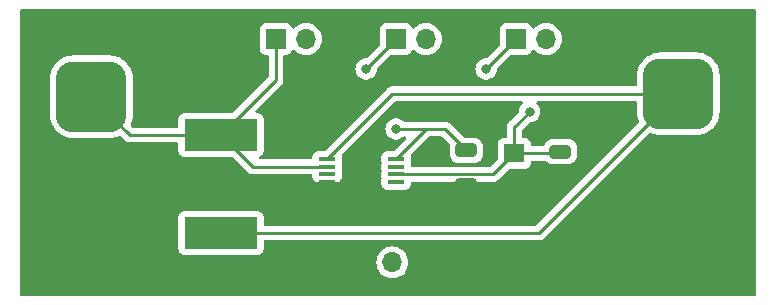
<source format=gtl>
%TF.GenerationSoftware,KiCad,Pcbnew,7.0.2*%
%TF.CreationDate,2023-06-26T21:49:35-07:00*%
%TF.ProjectId,Current Sense Standalone,43757272-656e-4742-9053-656e73652053,rev?*%
%TF.SameCoordinates,Original*%
%TF.FileFunction,Copper,L1,Top*%
%TF.FilePolarity,Positive*%
%FSLAX46Y46*%
G04 Gerber Fmt 4.6, Leading zero omitted, Abs format (unit mm)*
G04 Created by KiCad (PCBNEW 7.0.2) date 2023-06-26 21:49:35*
%MOMM*%
%LPD*%
G01*
G04 APERTURE LIST*
G04 Aperture macros list*
%AMRoundRect*
0 Rectangle with rounded corners*
0 $1 Rounding radius*
0 $2 $3 $4 $5 $6 $7 $8 $9 X,Y pos of 4 corners*
0 Add a 4 corners polygon primitive as box body*
4,1,4,$2,$3,$4,$5,$6,$7,$8,$9,$2,$3,0*
0 Add four circle primitives for the rounded corners*
1,1,$1+$1,$2,$3*
1,1,$1+$1,$4,$5*
1,1,$1+$1,$6,$7*
1,1,$1+$1,$8,$9*
0 Add four rect primitives between the rounded corners*
20,1,$1+$1,$2,$3,$4,$5,0*
20,1,$1+$1,$4,$5,$6,$7,0*
20,1,$1+$1,$6,$7,$8,$9,0*
20,1,$1+$1,$8,$9,$2,$3,0*%
G04 Aperture macros list end*
%TA.AperFunction,SMDPad,CuDef*%
%ADD10R,1.473200X0.355600*%
%TD*%
%TA.AperFunction,SMDPad,CuDef*%
%ADD11R,6.200000X2.700000*%
%TD*%
%TA.AperFunction,SMDPad,CuDef*%
%ADD12R,1.800000X1.600000*%
%TD*%
%TA.AperFunction,ComponentPad*%
%ADD13C,6.000000*%
%TD*%
%TA.AperFunction,ComponentPad*%
%ADD14RoundRect,1.500000X-1.500000X1.500000X-1.500000X-1.500000X1.500000X-1.500000X1.500000X1.500000X0*%
%TD*%
%TA.AperFunction,ComponentPad*%
%ADD15R,1.700000X1.700000*%
%TD*%
%TA.AperFunction,ComponentPad*%
%ADD16O,1.700000X1.700000*%
%TD*%
%TA.AperFunction,SMDPad,CuDef*%
%ADD17RoundRect,0.250000X-0.650000X0.325000X-0.650000X-0.325000X0.650000X-0.325000X0.650000X0.325000X0*%
%TD*%
%TA.AperFunction,ViaPad*%
%ADD18C,0.800000*%
%TD*%
%TA.AperFunction,Conductor*%
%ADD19C,0.250000*%
%TD*%
G04 APERTURE END LIST*
D10*
X138938000Y-93980000D03*
X138938000Y-94629998D03*
X138938000Y-95280000D03*
X138938000Y-95929998D03*
X144780000Y-95929998D03*
X144780000Y-95280000D03*
X144780000Y-94629998D03*
X144780000Y-93980000D03*
D11*
X129959273Y-100248011D03*
X129959273Y-91948011D03*
D12*
X154783375Y-93509624D03*
X154783375Y-96309624D03*
D13*
X168674045Y-95661822D03*
D14*
X168674045Y-88461822D03*
D15*
X154940000Y-83820000D03*
D16*
X157480000Y-83820000D03*
D15*
X141928963Y-102738800D03*
D16*
X144468963Y-102738800D03*
D15*
X134620000Y-83820000D03*
D16*
X137160000Y-83820000D03*
D15*
X144765000Y-83820000D03*
D16*
X147305000Y-83820000D03*
D14*
X118980936Y-88710973D03*
D13*
X118980936Y-95910973D03*
D17*
X150741329Y-93263866D03*
X150741329Y-96213866D03*
X158693078Y-93354784D03*
X158693078Y-96304784D03*
D18*
X147320000Y-93980000D03*
X156092299Y-89971509D03*
X152400000Y-86360000D03*
X144780000Y-91440000D03*
X142240000Y-86360000D03*
D19*
X147320000Y-91440000D02*
X148917463Y-91440000D01*
X144780000Y-93980000D02*
X147320000Y-91440000D01*
X144780000Y-95280000D02*
X153012999Y-95280000D01*
X153012999Y-95280000D02*
X154783375Y-93509624D01*
X154783375Y-91280433D02*
X154783375Y-93509624D01*
X156092299Y-89971509D02*
X154783375Y-91280433D01*
X154940000Y-83820000D02*
X152400000Y-86360000D01*
X148917463Y-91440000D02*
X150741329Y-93263866D01*
X144780000Y-91440000D02*
X148917463Y-91440000D01*
X144765000Y-83835000D02*
X142240000Y-86360000D01*
X144765000Y-83820000D02*
X144765000Y-83835000D01*
X134620000Y-87287284D02*
X129959273Y-91948011D01*
X134620000Y-83820000D02*
X134620000Y-87287284D01*
X158538238Y-93509624D02*
X158693078Y-93354784D01*
X154783375Y-93509624D02*
X158538238Y-93509624D01*
X168674045Y-88461822D02*
X144456178Y-88461822D01*
X144456178Y-88461822D02*
X138938000Y-93980000D01*
X156887856Y-100248011D02*
X168674045Y-88461822D01*
X129959273Y-100248011D02*
X156887856Y-100248011D01*
X132641260Y-94629998D02*
X138938000Y-94629998D01*
X129959273Y-91948011D02*
X132641260Y-94629998D01*
X122217974Y-91948011D02*
X129959273Y-91948011D01*
X118980936Y-88710973D02*
X122217974Y-91948011D01*
%TA.AperFunction,Conductor*%
G36*
X175202539Y-81300185D02*
G01*
X175248294Y-81352989D01*
X175259500Y-81404500D01*
X175259500Y-105481978D01*
X175239815Y-105549017D01*
X175187011Y-105594772D01*
X175135500Y-105605978D01*
X113060653Y-105605978D01*
X112993614Y-105586293D01*
X112947859Y-105533489D01*
X112936653Y-105481978D01*
X112936653Y-102738799D01*
X143113303Y-102738799D01*
X143133899Y-102974207D01*
X143178672Y-103141301D01*
X143195060Y-103202463D01*
X143294928Y-103416630D01*
X143430468Y-103610201D01*
X143597562Y-103777295D01*
X143791133Y-103912835D01*
X144005300Y-104012703D01*
X144233555Y-104073863D01*
X144468963Y-104094459D01*
X144704371Y-104073863D01*
X144932626Y-104012703D01*
X145146793Y-103912835D01*
X145340364Y-103777295D01*
X145507458Y-103610201D01*
X145642998Y-103416630D01*
X145742866Y-103202463D01*
X145804026Y-102974208D01*
X145824622Y-102738800D01*
X145804026Y-102503392D01*
X145742866Y-102275137D01*
X145642998Y-102060971D01*
X145507458Y-101867399D01*
X145340364Y-101700305D01*
X145146793Y-101564765D01*
X144932626Y-101464897D01*
X144871464Y-101448509D01*
X144704370Y-101403736D01*
X144468963Y-101383140D01*
X144233555Y-101403736D01*
X144005299Y-101464897D01*
X143791133Y-101564765D01*
X143597561Y-101700305D01*
X143430468Y-101867398D01*
X143294928Y-102060970D01*
X143195060Y-102275136D01*
X143133899Y-102503392D01*
X143113303Y-102738799D01*
X112936653Y-102738799D01*
X112936653Y-90282421D01*
X115480436Y-90282421D01*
X115480593Y-90284629D01*
X115480594Y-90284631D01*
X115495740Y-90496402D01*
X115556565Y-90776014D01*
X115570897Y-90814439D01*
X115643866Y-91010077D01*
X115656570Y-91044136D01*
X115793708Y-91295286D01*
X115879453Y-91409827D01*
X115965197Y-91524368D01*
X116167541Y-91726712D01*
X116276509Y-91808284D01*
X116396622Y-91898200D01*
X116486024Y-91947017D01*
X116647775Y-92035340D01*
X116915890Y-92135342D01*
X116915893Y-92135342D01*
X116915894Y-92135343D01*
X116928058Y-92137989D01*
X117195508Y-92196169D01*
X117409488Y-92211473D01*
X117411703Y-92211473D01*
X120550169Y-92211473D01*
X120552384Y-92211473D01*
X120766364Y-92196169D01*
X121045982Y-92135342D01*
X121314097Y-92035340D01*
X121314104Y-92035335D01*
X121317083Y-92034225D01*
X121386775Y-92029241D01*
X121448095Y-92062723D01*
X121448098Y-92062726D01*
X121717170Y-92331798D01*
X121730070Y-92347899D01*
X121781197Y-92395911D01*
X121783994Y-92398622D01*
X121803503Y-92418131D01*
X121806683Y-92420598D01*
X121815545Y-92428166D01*
X121847392Y-92458073D01*
X121864162Y-92467292D01*
X121864946Y-92467723D01*
X121881210Y-92478407D01*
X121892946Y-92487510D01*
X121897038Y-92490684D01*
X121921883Y-92501435D01*
X121937126Y-92508032D01*
X121947605Y-92513165D01*
X121985882Y-92534208D01*
X122005280Y-92539188D01*
X122023682Y-92545488D01*
X122042078Y-92553449D01*
X122085235Y-92560284D01*
X122096638Y-92562645D01*
X122138955Y-92573511D01*
X122158990Y-92573511D01*
X122178387Y-92575037D01*
X122198170Y-92578171D01*
X122241648Y-92574061D01*
X122253318Y-92573511D01*
X126234774Y-92573511D01*
X126301813Y-92593196D01*
X126347568Y-92646000D01*
X126358774Y-92697511D01*
X126358774Y-93345883D01*
X126365182Y-93405494D01*
X126415477Y-93540342D01*
X126501727Y-93655557D01*
X126616942Y-93741807D01*
X126751790Y-93792102D01*
X126811400Y-93798511D01*
X130873819Y-93798510D01*
X130940858Y-93818195D01*
X130961500Y-93834829D01*
X132140456Y-95013785D01*
X132153356Y-95029886D01*
X132204483Y-95077898D01*
X132207280Y-95080609D01*
X132226789Y-95100118D01*
X132229969Y-95102585D01*
X132238831Y-95110153D01*
X132270678Y-95140060D01*
X132288230Y-95149709D01*
X132304498Y-95160395D01*
X132320324Y-95172671D01*
X132360406Y-95190015D01*
X132370893Y-95195153D01*
X132409167Y-95216195D01*
X132417670Y-95218377D01*
X132428568Y-95221176D01*
X132446973Y-95227476D01*
X132465364Y-95235435D01*
X132508510Y-95242268D01*
X132519928Y-95244633D01*
X132562241Y-95255498D01*
X132582276Y-95255498D01*
X132601675Y-95257025D01*
X132621456Y-95260158D01*
X132664934Y-95256048D01*
X132676604Y-95255498D01*
X137576900Y-95255498D01*
X137643939Y-95275183D01*
X137689694Y-95327987D01*
X137700900Y-95379497D01*
X137700900Y-95502360D01*
X137700900Y-95502378D01*
X137700901Y-95505672D01*
X137701253Y-95508952D01*
X137701254Y-95508959D01*
X137707309Y-95565284D01*
X137713150Y-95580943D01*
X137757604Y-95700131D01*
X137843854Y-95815346D01*
X137959069Y-95901596D01*
X138093917Y-95951891D01*
X138153527Y-95958300D01*
X139722472Y-95958299D01*
X139782083Y-95951891D01*
X139916931Y-95901596D01*
X140032146Y-95815346D01*
X140118396Y-95700131D01*
X140168691Y-95565283D01*
X140175100Y-95505673D01*
X140175099Y-95054328D01*
X140168691Y-94994717D01*
X140168690Y-94994715D01*
X140167026Y-94979231D01*
X140168661Y-94979055D01*
X140165054Y-94928645D01*
X140168525Y-94916824D01*
X140168691Y-94915281D01*
X140175100Y-94855671D01*
X140175099Y-94404326D01*
X140168691Y-94344715D01*
X140168690Y-94344714D01*
X140167026Y-94329227D01*
X140168661Y-94329051D01*
X140165055Y-94278641D01*
X140168525Y-94266823D01*
X140174744Y-94208980D01*
X140175100Y-94205673D01*
X140175099Y-93754328D01*
X140169128Y-93698784D01*
X140181535Y-93630026D01*
X140204734Y-93597854D01*
X144678949Y-89123641D01*
X144740273Y-89090156D01*
X144766631Y-89087322D01*
X155398174Y-89087322D01*
X155465213Y-89107007D01*
X155510968Y-89159811D01*
X155520912Y-89228969D01*
X155491887Y-89292525D01*
X155490324Y-89294294D01*
X155359765Y-89439293D01*
X155265119Y-89603224D01*
X155206625Y-89783251D01*
X155188978Y-89951158D01*
X155162393Y-90015772D01*
X155153338Y-90025877D01*
X154399583Y-90779632D01*
X154383485Y-90792529D01*
X154335471Y-90843658D01*
X154332767Y-90846449D01*
X154316003Y-90863213D01*
X154315996Y-90863220D01*
X154313255Y-90865962D01*
X154310874Y-90869030D01*
X154310865Y-90869041D01*
X154310786Y-90869144D01*
X154303217Y-90878005D01*
X154273310Y-90909853D01*
X154263660Y-90927407D01*
X154252984Y-90943661D01*
X154240701Y-90959496D01*
X154223350Y-90999591D01*
X154218213Y-91010077D01*
X154197177Y-91048340D01*
X154192196Y-91067742D01*
X154185895Y-91086144D01*
X154177936Y-91104535D01*
X154171103Y-91147675D01*
X154168735Y-91159107D01*
X154157875Y-91201410D01*
X154157875Y-91221449D01*
X154156348Y-91240847D01*
X154154623Y-91251742D01*
X154153215Y-91260629D01*
X154156491Y-91295286D01*
X154157325Y-91304106D01*
X154157875Y-91315776D01*
X154157875Y-92085124D01*
X154138190Y-92152163D01*
X154085386Y-92197918D01*
X154033876Y-92209124D01*
X153838814Y-92209124D01*
X153838795Y-92209124D01*
X153835503Y-92209125D01*
X153832223Y-92209477D01*
X153832215Y-92209478D01*
X153775890Y-92215533D01*
X153641044Y-92265828D01*
X153525829Y-92352078D01*
X153439579Y-92467292D01*
X153389285Y-92602139D01*
X153389284Y-92602141D01*
X153382875Y-92661751D01*
X153382875Y-92665073D01*
X153382875Y-93974170D01*
X153363190Y-94041209D01*
X153346556Y-94061851D01*
X152790227Y-94618181D01*
X152728904Y-94651666D01*
X152702546Y-94654500D01*
X146141100Y-94654500D01*
X146074061Y-94634815D01*
X146028306Y-94582011D01*
X146017100Y-94530501D01*
X146017099Y-94407637D01*
X146017099Y-94404326D01*
X146010691Y-94344715D01*
X146010690Y-94344714D01*
X146009026Y-94329227D01*
X146010661Y-94329051D01*
X146007055Y-94278641D01*
X146010525Y-94266823D01*
X146016744Y-94208980D01*
X146017100Y-94205673D01*
X146017099Y-93754328D01*
X146011128Y-93698784D01*
X146023535Y-93630026D01*
X146046734Y-93597854D01*
X147542771Y-92101819D01*
X147604095Y-92068334D01*
X147630453Y-92065500D01*
X148607011Y-92065500D01*
X148674050Y-92085185D01*
X148694692Y-92101819D01*
X149312223Y-92719350D01*
X149345708Y-92780673D01*
X149347900Y-92819632D01*
X149341149Y-92885722D01*
X149340829Y-92888857D01*
X149340829Y-92892004D01*
X149340829Y-92892005D01*
X149340829Y-93635724D01*
X149340829Y-93635743D01*
X149340830Y-93638874D01*
X149341149Y-93642006D01*
X149341150Y-93642007D01*
X149351329Y-93741662D01*
X149406515Y-93908200D01*
X149498617Y-94057523D01*
X149622671Y-94181577D01*
X149656350Y-94202350D01*
X149771995Y-94273680D01*
X149883346Y-94310578D01*
X149938531Y-94328865D01*
X150038187Y-94339046D01*
X150038188Y-94339046D01*
X150041320Y-94339366D01*
X151441337Y-94339365D01*
X151544126Y-94328865D01*
X151710663Y-94273680D01*
X151859985Y-94181578D01*
X151984041Y-94057522D01*
X152076143Y-93908200D01*
X152131328Y-93741663D01*
X152141829Y-93638875D01*
X152141828Y-92888858D01*
X152131328Y-92786069D01*
X152076143Y-92619532D01*
X152007370Y-92508032D01*
X151984040Y-92470208D01*
X151859986Y-92346154D01*
X151710663Y-92254052D01*
X151544126Y-92198866D01*
X151444470Y-92188685D01*
X151444451Y-92188684D01*
X151441338Y-92188366D01*
X151438189Y-92188366D01*
X150601781Y-92188366D01*
X150534742Y-92168681D01*
X150514100Y-92152047D01*
X149418265Y-91056211D01*
X149405369Y-91040113D01*
X149354238Y-90992098D01*
X149351441Y-90989387D01*
X149334690Y-90972636D01*
X149331934Y-90969880D01*
X149328753Y-90967412D01*
X149319885Y-90959837D01*
X149288045Y-90929938D01*
X149270487Y-90920285D01*
X149254227Y-90909604D01*
X149238399Y-90897327D01*
X149198314Y-90879980D01*
X149187824Y-90874841D01*
X149149554Y-90853802D01*
X149130154Y-90848821D01*
X149111747Y-90842519D01*
X149093360Y-90834562D01*
X149050221Y-90827729D01*
X149038787Y-90825361D01*
X148996482Y-90814500D01*
X148976447Y-90814500D01*
X148957049Y-90812973D01*
X148949625Y-90811797D01*
X148937268Y-90809840D01*
X148937267Y-90809840D01*
X148910947Y-90812328D01*
X148893788Y-90813950D01*
X148882119Y-90814500D01*
X147402740Y-90814500D01*
X147382236Y-90812236D01*
X147312144Y-90814439D01*
X147308250Y-90814500D01*
X145483747Y-90814500D01*
X145416708Y-90794815D01*
X145391599Y-90773473D01*
X145385871Y-90767112D01*
X145232730Y-90655849D01*
X145232729Y-90655848D01*
X145232727Y-90655847D01*
X145059802Y-90578855D01*
X144874648Y-90539500D01*
X144874646Y-90539500D01*
X144685354Y-90539500D01*
X144685352Y-90539500D01*
X144500197Y-90578855D01*
X144327269Y-90655848D01*
X144174129Y-90767110D01*
X144047466Y-90907783D01*
X143952820Y-91071715D01*
X143894326Y-91251742D01*
X143874540Y-91440000D01*
X143894326Y-91628257D01*
X143952820Y-91808284D01*
X144047466Y-91972216D01*
X144174129Y-92112889D01*
X144327269Y-92224151D01*
X144500197Y-92301144D01*
X144685352Y-92340500D01*
X144685354Y-92340500D01*
X144874648Y-92340500D01*
X144998084Y-92314262D01*
X145059803Y-92301144D01*
X145232730Y-92224151D01*
X145385871Y-92112888D01*
X145391598Y-92106527D01*
X145451084Y-92069879D01*
X145483747Y-92065500D01*
X145510547Y-92065500D01*
X145577586Y-92085185D01*
X145623341Y-92137989D01*
X145633285Y-92207147D01*
X145604260Y-92270703D01*
X145598228Y-92277181D01*
X144610026Y-93265381D01*
X144548703Y-93298866D01*
X144522345Y-93301700D01*
X143998839Y-93301700D01*
X143998820Y-93301700D01*
X143995528Y-93301701D01*
X143992248Y-93302053D01*
X143992240Y-93302054D01*
X143935915Y-93308109D01*
X143801069Y-93358404D01*
X143685854Y-93444654D01*
X143599604Y-93559868D01*
X143549309Y-93694716D01*
X143544262Y-93741663D01*
X143542900Y-93754327D01*
X143542900Y-93757648D01*
X143542900Y-93757649D01*
X143542900Y-94202360D01*
X143542900Y-94202378D01*
X143542901Y-94205672D01*
X143543253Y-94208952D01*
X143543254Y-94208959D01*
X143550974Y-94280768D01*
X143549338Y-94280943D01*
X143552941Y-94331364D01*
X143549475Y-94343168D01*
X143547171Y-94364597D01*
X143542900Y-94404325D01*
X143542900Y-94407646D01*
X143542900Y-94407647D01*
X143542900Y-94852358D01*
X143542900Y-94852376D01*
X143542901Y-94855670D01*
X143543253Y-94858950D01*
X143543254Y-94858957D01*
X143550974Y-94930766D01*
X143549339Y-94930941D01*
X143552943Y-94981362D01*
X143549475Y-94993171D01*
X143549308Y-94994717D01*
X143549309Y-94994717D01*
X143542900Y-95054327D01*
X143542900Y-95057648D01*
X143542900Y-95057649D01*
X143542900Y-95502360D01*
X143542900Y-95502378D01*
X143542901Y-95505672D01*
X143543253Y-95508952D01*
X143543254Y-95508959D01*
X143550974Y-95580768D01*
X143549338Y-95580943D01*
X143552941Y-95631364D01*
X143549475Y-95643168D01*
X143543351Y-95700130D01*
X143542900Y-95704325D01*
X143542900Y-95707646D01*
X143542900Y-95707647D01*
X143542900Y-96152358D01*
X143542900Y-96152376D01*
X143542901Y-96155670D01*
X143549309Y-96215281D01*
X143599604Y-96350129D01*
X143685854Y-96465344D01*
X143801069Y-96551594D01*
X143935917Y-96601889D01*
X143995527Y-96608298D01*
X145564472Y-96608297D01*
X145624083Y-96601889D01*
X145758931Y-96551594D01*
X145874146Y-96465344D01*
X145960396Y-96350129D01*
X146010691Y-96215281D01*
X146017100Y-96155671D01*
X146017099Y-96029499D01*
X146036783Y-95962461D01*
X146089587Y-95916706D01*
X146141099Y-95905500D01*
X152930255Y-95905500D01*
X152950761Y-95907764D01*
X152953664Y-95907672D01*
X152953666Y-95907673D01*
X153020871Y-95905561D01*
X153024767Y-95905500D01*
X153048447Y-95905500D01*
X153052349Y-95905500D01*
X153056312Y-95904999D01*
X153067961Y-95904080D01*
X153111626Y-95902709D01*
X153130858Y-95897120D01*
X153149917Y-95893174D01*
X153156195Y-95892381D01*
X153169791Y-95890664D01*
X153210406Y-95874582D01*
X153221443Y-95870803D01*
X153263389Y-95858618D01*
X153280628Y-95848422D01*
X153298101Y-95839862D01*
X153316731Y-95832486D01*
X153352063Y-95806814D01*
X153361829Y-95800400D01*
X153399417Y-95778171D01*
X153399416Y-95778171D01*
X153399419Y-95778170D01*
X153413584Y-95764004D01*
X153428372Y-95751373D01*
X153444586Y-95739594D01*
X153472437Y-95705926D01*
X153480278Y-95697309D01*
X154331146Y-94846441D01*
X154392469Y-94812957D01*
X154418827Y-94810123D01*
X155727936Y-94810123D01*
X155731247Y-94810123D01*
X155790858Y-94803715D01*
X155925706Y-94753420D01*
X156040921Y-94667170D01*
X156127171Y-94551955D01*
X156177466Y-94417107D01*
X156183875Y-94357497D01*
X156183875Y-94259123D01*
X156203560Y-94192085D01*
X156256364Y-94146330D01*
X156307875Y-94135124D01*
X157385687Y-94135124D01*
X157452726Y-94154809D01*
X157473368Y-94171443D01*
X157574420Y-94272495D01*
X157587833Y-94280768D01*
X157723744Y-94364598D01*
X157833691Y-94401031D01*
X157890280Y-94419783D01*
X157989936Y-94429964D01*
X157989937Y-94429964D01*
X157993069Y-94430284D01*
X159393086Y-94430283D01*
X159495875Y-94419783D01*
X159662412Y-94364598D01*
X159811734Y-94272496D01*
X159935790Y-94148440D01*
X160027892Y-93999118D01*
X160083077Y-93832581D01*
X160093578Y-93729793D01*
X160093577Y-92979776D01*
X160083077Y-92876987D01*
X160027892Y-92710450D01*
X159935790Y-92561128D01*
X159935789Y-92561126D01*
X159811735Y-92437072D01*
X159662412Y-92344970D01*
X159495875Y-92289784D01*
X159396219Y-92279603D01*
X159396200Y-92279602D01*
X159393087Y-92279284D01*
X159389938Y-92279284D01*
X157996218Y-92279284D01*
X157996198Y-92279284D01*
X157993070Y-92279285D01*
X157989938Y-92279604D01*
X157989936Y-92279605D01*
X157890281Y-92289784D01*
X157723743Y-92344970D01*
X157574420Y-92437072D01*
X157450366Y-92561126D01*
X157358264Y-92710449D01*
X157328879Y-92799128D01*
X157289106Y-92856573D01*
X157224590Y-92883396D01*
X157211173Y-92884124D01*
X156307874Y-92884124D01*
X156240835Y-92864439D01*
X156195080Y-92811635D01*
X156183874Y-92760124D01*
X156183874Y-92665063D01*
X156183874Y-92661752D01*
X156177466Y-92602141D01*
X156127171Y-92467293D01*
X156040921Y-92352078D01*
X155925706Y-92265828D01*
X155790858Y-92215533D01*
X155731248Y-92209124D01*
X155727926Y-92209124D01*
X155532875Y-92209124D01*
X155465836Y-92189439D01*
X155420081Y-92136635D01*
X155408875Y-92085124D01*
X155408875Y-91590885D01*
X155428560Y-91523846D01*
X155445194Y-91503204D01*
X156040071Y-90908328D01*
X156101394Y-90874843D01*
X156127752Y-90872009D01*
X156186947Y-90872009D01*
X156310382Y-90845771D01*
X156372102Y-90832653D01*
X156545029Y-90755660D01*
X156682409Y-90655848D01*
X156698169Y-90644398D01*
X156757184Y-90578856D01*
X156824832Y-90503725D01*
X156919478Y-90339793D01*
X156977973Y-90159765D01*
X156997759Y-89971509D01*
X156977973Y-89783253D01*
X156919478Y-89603225D01*
X156919478Y-89603224D01*
X156824832Y-89439293D01*
X156694274Y-89294294D01*
X156664044Y-89231303D01*
X156672669Y-89161968D01*
X156717410Y-89108302D01*
X156784063Y-89087344D01*
X156786424Y-89087322D01*
X165049545Y-89087322D01*
X165116584Y-89107007D01*
X165162339Y-89159811D01*
X165173545Y-89211322D01*
X165173545Y-90033270D01*
X165173702Y-90035478D01*
X165173703Y-90035480D01*
X165188849Y-90247251D01*
X165249674Y-90526863D01*
X165257127Y-90546844D01*
X165349678Y-90794983D01*
X165349679Y-90794985D01*
X165350792Y-90797968D01*
X165355776Y-90867660D01*
X165322291Y-90928983D01*
X156665084Y-99586192D01*
X156603761Y-99619677D01*
X156577403Y-99622511D01*
X133683772Y-99622511D01*
X133616733Y-99602826D01*
X133570978Y-99550022D01*
X133559772Y-99498511D01*
X133559772Y-98853450D01*
X133559772Y-98853449D01*
X133559772Y-98850139D01*
X133553364Y-98790528D01*
X133503069Y-98655680D01*
X133416819Y-98540465D01*
X133301604Y-98454215D01*
X133166756Y-98403920D01*
X133107146Y-98397511D01*
X133103823Y-98397511D01*
X126814712Y-98397511D01*
X126814693Y-98397511D01*
X126811401Y-98397512D01*
X126808121Y-98397864D01*
X126808113Y-98397865D01*
X126751788Y-98403920D01*
X126616942Y-98454215D01*
X126501727Y-98540465D01*
X126415477Y-98655679D01*
X126365183Y-98790526D01*
X126365182Y-98790528D01*
X126358773Y-98850138D01*
X126358773Y-98853459D01*
X126358773Y-98853460D01*
X126358773Y-101642571D01*
X126358773Y-101642589D01*
X126358774Y-101645883D01*
X126359126Y-101649163D01*
X126359127Y-101649170D01*
X126365182Y-101705494D01*
X126415477Y-101840342D01*
X126501727Y-101955557D01*
X126616942Y-102041807D01*
X126751790Y-102092102D01*
X126811400Y-102098511D01*
X133107145Y-102098510D01*
X133166756Y-102092102D01*
X133301604Y-102041807D01*
X133416819Y-101955557D01*
X133503069Y-101840342D01*
X133553364Y-101705494D01*
X133559773Y-101645884D01*
X133559773Y-100997511D01*
X133579458Y-100930472D01*
X133632262Y-100884717D01*
X133683773Y-100873511D01*
X156805112Y-100873511D01*
X156825618Y-100875775D01*
X156828521Y-100875683D01*
X156828523Y-100875684D01*
X156895728Y-100873572D01*
X156899624Y-100873511D01*
X156923304Y-100873511D01*
X156927206Y-100873511D01*
X156931169Y-100873010D01*
X156942818Y-100872091D01*
X156986483Y-100870720D01*
X157005715Y-100865131D01*
X157024774Y-100861185D01*
X157031052Y-100860392D01*
X157044648Y-100858675D01*
X157085263Y-100842593D01*
X157096300Y-100838814D01*
X157138246Y-100826629D01*
X157155485Y-100816433D01*
X157172958Y-100807873D01*
X157191588Y-100800497D01*
X157226920Y-100774825D01*
X157236686Y-100768411D01*
X157274274Y-100746182D01*
X157274273Y-100746182D01*
X157274276Y-100746181D01*
X157288441Y-100732015D01*
X157303229Y-100719384D01*
X157319443Y-100707605D01*
X157347294Y-100673937D01*
X157355135Y-100665320D01*
X166206883Y-91813572D01*
X166268204Y-91780089D01*
X166337896Y-91785073D01*
X166340875Y-91786184D01*
X166340884Y-91786189D01*
X166608999Y-91886191D01*
X166609002Y-91886191D01*
X166609003Y-91886192D01*
X166661262Y-91897560D01*
X166888617Y-91947018D01*
X167102597Y-91962322D01*
X167104812Y-91962322D01*
X170243278Y-91962322D01*
X170245493Y-91962322D01*
X170459473Y-91947018D01*
X170739091Y-91886191D01*
X171007206Y-91786189D01*
X171258360Y-91649048D01*
X171487440Y-91477561D01*
X171689784Y-91275217D01*
X171861271Y-91046137D01*
X171998412Y-90794983D01*
X172098414Y-90526868D01*
X172159241Y-90247250D01*
X172174545Y-90033270D01*
X172174545Y-86890374D01*
X172159241Y-86676394D01*
X172098414Y-86396776D01*
X171998412Y-86128661D01*
X171861271Y-85877507D01*
X171689784Y-85648427D01*
X171487440Y-85446083D01*
X171372899Y-85360339D01*
X171258358Y-85274594D01*
X171007208Y-85137456D01*
X171007207Y-85137455D01*
X171007206Y-85137455D01*
X170739091Y-85037453D01*
X170739086Y-85037451D01*
X170459474Y-84976626D01*
X170247703Y-84961480D01*
X170247701Y-84961479D01*
X170245493Y-84961322D01*
X167102597Y-84961322D01*
X167100389Y-84961479D01*
X167100386Y-84961480D01*
X166888615Y-84976626D01*
X166609003Y-85037451D01*
X166340881Y-85137456D01*
X166089731Y-85274594D01*
X165860647Y-85446085D01*
X165658308Y-85648424D01*
X165486817Y-85877508D01*
X165349679Y-86128658D01*
X165249674Y-86396780D01*
X165188849Y-86676392D01*
X165188849Y-86676394D01*
X165173545Y-86890374D01*
X165173545Y-86892588D01*
X165173545Y-86892589D01*
X165173545Y-87712322D01*
X165153860Y-87779361D01*
X165101056Y-87825116D01*
X165049545Y-87836322D01*
X144538919Y-87836322D01*
X144518415Y-87834058D01*
X144448323Y-87836261D01*
X144444429Y-87836322D01*
X144416828Y-87836322D01*
X144412977Y-87836808D01*
X144412946Y-87836810D01*
X144412818Y-87836827D01*
X144401206Y-87837740D01*
X144357546Y-87839112D01*
X144338306Y-87844702D01*
X144319259Y-87848647D01*
X144299387Y-87851157D01*
X144258777Y-87867235D01*
X144247732Y-87871016D01*
X144205789Y-87883202D01*
X144188547Y-87893400D01*
X144171075Y-87901960D01*
X144152444Y-87909336D01*
X144117116Y-87935003D01*
X144107358Y-87941413D01*
X144069757Y-87963651D01*
X144055588Y-87977820D01*
X144040800Y-87990450D01*
X144024591Y-88002227D01*
X143996750Y-88035880D01*
X143988889Y-88044518D01*
X138768026Y-93265381D01*
X138706703Y-93298866D01*
X138680345Y-93301700D01*
X138156839Y-93301700D01*
X138156820Y-93301700D01*
X138153528Y-93301701D01*
X138150248Y-93302053D01*
X138150240Y-93302054D01*
X138093915Y-93308109D01*
X137959069Y-93358404D01*
X137843854Y-93444654D01*
X137757604Y-93559868D01*
X137707309Y-93694716D01*
X137702262Y-93741663D01*
X137700900Y-93754327D01*
X137700900Y-93862851D01*
X137700901Y-93880497D01*
X137681217Y-93947537D01*
X137628413Y-93993292D01*
X137576901Y-94004498D01*
X133284587Y-94004498D01*
X133217548Y-93984813D01*
X133171793Y-93932009D01*
X133161849Y-93862851D01*
X133190874Y-93799295D01*
X133241251Y-93764316D01*
X133301604Y-93741807D01*
X133416819Y-93655557D01*
X133503069Y-93540342D01*
X133553364Y-93405494D01*
X133559773Y-93345884D01*
X133559772Y-90550139D01*
X133553364Y-90490528D01*
X133503069Y-90355680D01*
X133416819Y-90240465D01*
X133301604Y-90154215D01*
X133166756Y-90103920D01*
X133107146Y-90097511D01*
X133103824Y-90097511D01*
X132993725Y-90097511D01*
X132926686Y-90077826D01*
X132880931Y-90025022D01*
X132870987Y-89955864D01*
X132900012Y-89892308D01*
X132906044Y-89885830D01*
X133704552Y-89087322D01*
X135003789Y-87788084D01*
X135019885Y-87775190D01*
X135021873Y-87773071D01*
X135021877Y-87773070D01*
X135067949Y-87724007D01*
X135070534Y-87721339D01*
X135090120Y-87701755D01*
X135092585Y-87698576D01*
X135100167Y-87689700D01*
X135130062Y-87657866D01*
X135139717Y-87640302D01*
X135150394Y-87624048D01*
X135162673Y-87608220D01*
X135180018Y-87568136D01*
X135185160Y-87557640D01*
X135206197Y-87519376D01*
X135211179Y-87499968D01*
X135217481Y-87481564D01*
X135225437Y-87463180D01*
X135232269Y-87420036D01*
X135234633Y-87408622D01*
X135245500Y-87366303D01*
X135245500Y-87346267D01*
X135247027Y-87326868D01*
X135250160Y-87307088D01*
X135246050Y-87263608D01*
X135245500Y-87251939D01*
X135245500Y-86360000D01*
X141334540Y-86360000D01*
X141354326Y-86548257D01*
X141412820Y-86728284D01*
X141507466Y-86892216D01*
X141634129Y-87032889D01*
X141787269Y-87144151D01*
X141960197Y-87221144D01*
X142145352Y-87260500D01*
X142145354Y-87260500D01*
X142334648Y-87260500D01*
X142458083Y-87234262D01*
X142519803Y-87221144D01*
X142692730Y-87144151D01*
X142702140Y-87137314D01*
X142845870Y-87032889D01*
X142972533Y-86892216D01*
X143067179Y-86728284D01*
X143093937Y-86645931D01*
X143125674Y-86548256D01*
X143143321Y-86380344D01*
X143151692Y-86359999D01*
X151494540Y-86359999D01*
X151514326Y-86548257D01*
X151572820Y-86728284D01*
X151667466Y-86892216D01*
X151794129Y-87032889D01*
X151947269Y-87144151D01*
X152120197Y-87221144D01*
X152305352Y-87260500D01*
X152305354Y-87260500D01*
X152494648Y-87260500D01*
X152618083Y-87234262D01*
X152679803Y-87221144D01*
X152852730Y-87144151D01*
X152862140Y-87137314D01*
X153005870Y-87032889D01*
X153132533Y-86892216D01*
X153227179Y-86728284D01*
X153253937Y-86645931D01*
X153285674Y-86548256D01*
X153303321Y-86380344D01*
X153329904Y-86315734D01*
X153338951Y-86305638D01*
X154437771Y-85206817D01*
X154499094Y-85173333D01*
X154525452Y-85170499D01*
X155834561Y-85170499D01*
X155837872Y-85170499D01*
X155897483Y-85164091D01*
X156032331Y-85113796D01*
X156147546Y-85027546D01*
X156233796Y-84912331D01*
X156282810Y-84780916D01*
X156324681Y-84724983D01*
X156390146Y-84700566D01*
X156458419Y-84715418D01*
X156486673Y-84736569D01*
X156608599Y-84858495D01*
X156802170Y-84994035D01*
X157016337Y-85093903D01*
X157244592Y-85155063D01*
X157480000Y-85175659D01*
X157715408Y-85155063D01*
X157943663Y-85093903D01*
X158157830Y-84994035D01*
X158351401Y-84858495D01*
X158518495Y-84691401D01*
X158654035Y-84497830D01*
X158753903Y-84283663D01*
X158815063Y-84055408D01*
X158835659Y-83820000D01*
X158815063Y-83584592D01*
X158753903Y-83356337D01*
X158654035Y-83142171D01*
X158518495Y-82948599D01*
X158351401Y-82781505D01*
X158157830Y-82645965D01*
X157943663Y-82546097D01*
X157882501Y-82529709D01*
X157715407Y-82484936D01*
X157480000Y-82464340D01*
X157244592Y-82484936D01*
X157016336Y-82546097D01*
X156802170Y-82645965D01*
X156608601Y-82781503D01*
X156486673Y-82903431D01*
X156425350Y-82936915D01*
X156355658Y-82931931D01*
X156299725Y-82890059D01*
X156282810Y-82859082D01*
X156275658Y-82839907D01*
X156233796Y-82727669D01*
X156147546Y-82612454D01*
X156032331Y-82526204D01*
X155897483Y-82475909D01*
X155837873Y-82469500D01*
X155834550Y-82469500D01*
X154045439Y-82469500D01*
X154045420Y-82469500D01*
X154042128Y-82469501D01*
X154038848Y-82469853D01*
X154038840Y-82469854D01*
X153982515Y-82475909D01*
X153847669Y-82526204D01*
X153732454Y-82612454D01*
X153646204Y-82727668D01*
X153646203Y-82727669D01*
X153646204Y-82727669D01*
X153595909Y-82862517D01*
X153589500Y-82922127D01*
X153589500Y-82925449D01*
X153589500Y-84234546D01*
X153569815Y-84301585D01*
X153553181Y-84322227D01*
X152452228Y-85423181D01*
X152390905Y-85456666D01*
X152364547Y-85459500D01*
X152305352Y-85459500D01*
X152120197Y-85498855D01*
X151947269Y-85575848D01*
X151794129Y-85687110D01*
X151667466Y-85827783D01*
X151572820Y-85991715D01*
X151514326Y-86171742D01*
X151494540Y-86359999D01*
X143151692Y-86359999D01*
X143169904Y-86315734D01*
X143178951Y-86305638D01*
X144277771Y-85206817D01*
X144339094Y-85173333D01*
X144365452Y-85170499D01*
X145659561Y-85170499D01*
X145662872Y-85170499D01*
X145722483Y-85164091D01*
X145857331Y-85113796D01*
X145972546Y-85027546D01*
X146058796Y-84912331D01*
X146107810Y-84780916D01*
X146149681Y-84724983D01*
X146215146Y-84700566D01*
X146283419Y-84715418D01*
X146311673Y-84736569D01*
X146433599Y-84858495D01*
X146627170Y-84994035D01*
X146841337Y-85093903D01*
X147069592Y-85155063D01*
X147305000Y-85175659D01*
X147540408Y-85155063D01*
X147768663Y-85093903D01*
X147982830Y-84994035D01*
X148176401Y-84858495D01*
X148343495Y-84691401D01*
X148479035Y-84497830D01*
X148578903Y-84283663D01*
X148640063Y-84055408D01*
X148660659Y-83820000D01*
X148640063Y-83584592D01*
X148578903Y-83356337D01*
X148479035Y-83142171D01*
X148343495Y-82948599D01*
X148176401Y-82781505D01*
X147982830Y-82645965D01*
X147768663Y-82546097D01*
X147707501Y-82529709D01*
X147540407Y-82484936D01*
X147305000Y-82464340D01*
X147069592Y-82484936D01*
X146841336Y-82546097D01*
X146627170Y-82645965D01*
X146433601Y-82781503D01*
X146311673Y-82903431D01*
X146250350Y-82936915D01*
X146180658Y-82931931D01*
X146124725Y-82890059D01*
X146107810Y-82859082D01*
X146100658Y-82839907D01*
X146058796Y-82727669D01*
X145972546Y-82612454D01*
X145857331Y-82526204D01*
X145722483Y-82475909D01*
X145662873Y-82469500D01*
X145659550Y-82469500D01*
X143870439Y-82469500D01*
X143870420Y-82469500D01*
X143867128Y-82469501D01*
X143863848Y-82469853D01*
X143863840Y-82469854D01*
X143807515Y-82475909D01*
X143672669Y-82526204D01*
X143557454Y-82612454D01*
X143471204Y-82727668D01*
X143471203Y-82727669D01*
X143471204Y-82727669D01*
X143420909Y-82862517D01*
X143414500Y-82922127D01*
X143414500Y-82925448D01*
X143414500Y-82925449D01*
X143414500Y-84249546D01*
X143394815Y-84316585D01*
X143378181Y-84337227D01*
X142292228Y-85423181D01*
X142230905Y-85456666D01*
X142204547Y-85459500D01*
X142145352Y-85459500D01*
X141960197Y-85498855D01*
X141787269Y-85575848D01*
X141634129Y-85687110D01*
X141507466Y-85827783D01*
X141412820Y-85991715D01*
X141354326Y-86171742D01*
X141334540Y-86360000D01*
X135245500Y-86360000D01*
X135245500Y-85294499D01*
X135265185Y-85227460D01*
X135317989Y-85181705D01*
X135369500Y-85170499D01*
X135514561Y-85170499D01*
X135517872Y-85170499D01*
X135577483Y-85164091D01*
X135712331Y-85113796D01*
X135827546Y-85027546D01*
X135913796Y-84912331D01*
X135962810Y-84780916D01*
X136004681Y-84724983D01*
X136070146Y-84700566D01*
X136138419Y-84715418D01*
X136166673Y-84736569D01*
X136288599Y-84858495D01*
X136482170Y-84994035D01*
X136696337Y-85093903D01*
X136924591Y-85155063D01*
X136924592Y-85155063D01*
X137159999Y-85175659D01*
X137159999Y-85175658D01*
X137160000Y-85175659D01*
X137395408Y-85155063D01*
X137623663Y-85093903D01*
X137837830Y-84994035D01*
X138031401Y-84858495D01*
X138198495Y-84691401D01*
X138334035Y-84497830D01*
X138433903Y-84283663D01*
X138495063Y-84055408D01*
X138515659Y-83820000D01*
X138495063Y-83584592D01*
X138433903Y-83356337D01*
X138334035Y-83142171D01*
X138198495Y-82948599D01*
X138031401Y-82781505D01*
X137837830Y-82645965D01*
X137623663Y-82546097D01*
X137562501Y-82529709D01*
X137395407Y-82484936D01*
X137159999Y-82464340D01*
X136924592Y-82484936D01*
X136696336Y-82546097D01*
X136482170Y-82645965D01*
X136288601Y-82781503D01*
X136166673Y-82903431D01*
X136105350Y-82936915D01*
X136035658Y-82931931D01*
X135979725Y-82890059D01*
X135962810Y-82859082D01*
X135955658Y-82839907D01*
X135913796Y-82727669D01*
X135827546Y-82612454D01*
X135712331Y-82526204D01*
X135577483Y-82475909D01*
X135517873Y-82469500D01*
X135514550Y-82469500D01*
X133725439Y-82469500D01*
X133725420Y-82469500D01*
X133722128Y-82469501D01*
X133718848Y-82469853D01*
X133718840Y-82469854D01*
X133662515Y-82475909D01*
X133527669Y-82526204D01*
X133412454Y-82612454D01*
X133326204Y-82727668D01*
X133326203Y-82727669D01*
X133326204Y-82727669D01*
X133275909Y-82862517D01*
X133269500Y-82922127D01*
X133269500Y-82925448D01*
X133269500Y-82925449D01*
X133269500Y-84714560D01*
X133269500Y-84714578D01*
X133269501Y-84717872D01*
X133269853Y-84721152D01*
X133269854Y-84721159D01*
X133275909Y-84777484D01*
X133301056Y-84844906D01*
X133326204Y-84912331D01*
X133412454Y-85027546D01*
X133527669Y-85113796D01*
X133662517Y-85164091D01*
X133722127Y-85170500D01*
X133870500Y-85170499D01*
X133937539Y-85190183D01*
X133983294Y-85242987D01*
X133994500Y-85294499D01*
X133994500Y-86976830D01*
X133974815Y-87043869D01*
X133958181Y-87064511D01*
X130961499Y-90061192D01*
X130900176Y-90094677D01*
X130873818Y-90097511D01*
X126814712Y-90097511D01*
X126814693Y-90097511D01*
X126811401Y-90097512D01*
X126808121Y-90097864D01*
X126808113Y-90097865D01*
X126751788Y-90103920D01*
X126616942Y-90154215D01*
X126501727Y-90240465D01*
X126415477Y-90355679D01*
X126365182Y-90490527D01*
X126364551Y-90496401D01*
X126358773Y-90550138D01*
X126358773Y-90553459D01*
X126358773Y-90553460D01*
X126358773Y-91198511D01*
X126339088Y-91265550D01*
X126286284Y-91311305D01*
X126234773Y-91322511D01*
X122528426Y-91322511D01*
X122461387Y-91302826D01*
X122440745Y-91286192D01*
X122332689Y-91178136D01*
X122299204Y-91116813D01*
X122304188Y-91047121D01*
X122305300Y-91044139D01*
X122305303Y-91044134D01*
X122405305Y-90776019D01*
X122466132Y-90496401D01*
X122481436Y-90282421D01*
X122481436Y-87139525D01*
X122466132Y-86925545D01*
X122405305Y-86645927D01*
X122305303Y-86377812D01*
X122169256Y-86128661D01*
X122168163Y-86126659D01*
X122125290Y-86069387D01*
X121996675Y-85897578D01*
X121794331Y-85695234D01*
X121634850Y-85575848D01*
X121565249Y-85523745D01*
X121314099Y-85386607D01*
X121314098Y-85386606D01*
X121314097Y-85386606D01*
X121139059Y-85321320D01*
X121045977Y-85286602D01*
X120766365Y-85225777D01*
X120554594Y-85210631D01*
X120554592Y-85210630D01*
X120552384Y-85210473D01*
X117409488Y-85210473D01*
X117407280Y-85210630D01*
X117407277Y-85210631D01*
X117195506Y-85225777D01*
X116915894Y-85286602D01*
X116647772Y-85386607D01*
X116396622Y-85523745D01*
X116167538Y-85695236D01*
X115965199Y-85897575D01*
X115793708Y-86126659D01*
X115656570Y-86377809D01*
X115556565Y-86645931D01*
X115495740Y-86925543D01*
X115488063Y-87032888D01*
X115480436Y-87139525D01*
X115480436Y-90282421D01*
X112936653Y-90282421D01*
X112936653Y-81404500D01*
X112956338Y-81337461D01*
X113009142Y-81291706D01*
X113060653Y-81280500D01*
X175135500Y-81280500D01*
X175202539Y-81300185D01*
G37*
%TD.AperFunction*%
M02*

</source>
